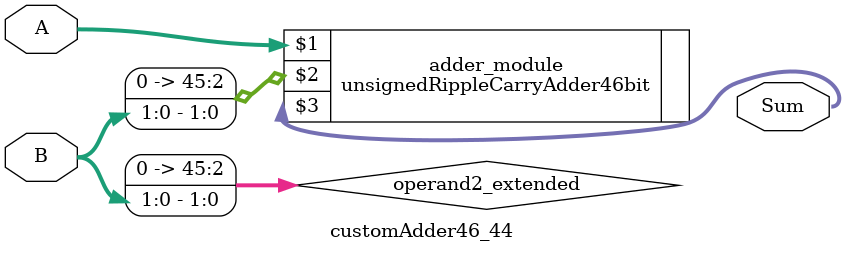
<source format=v>
module customAdder46_44(
                        input [45 : 0] A,
                        input [1 : 0] B,
                        
                        output [46 : 0] Sum
                );

        wire [45 : 0] operand2_extended;
        
        assign operand2_extended =  {44'b0, B};
        
        unsignedRippleCarryAdder46bit adder_module(
            A,
            operand2_extended,
            Sum
        );
        
        endmodule
        
</source>
